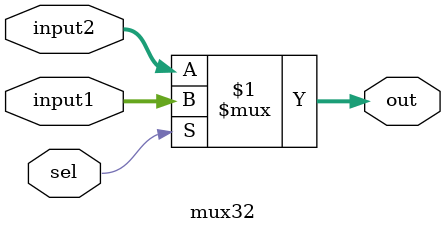
<source format=v>
`timescale 1ns / 1ps


module mux32(
    input sel,
    input [31:0] input1,
    input [31:0] input2,
    output [31:0] out
    );
    
    assign out = sel?input1:input2;
endmodule

</source>
